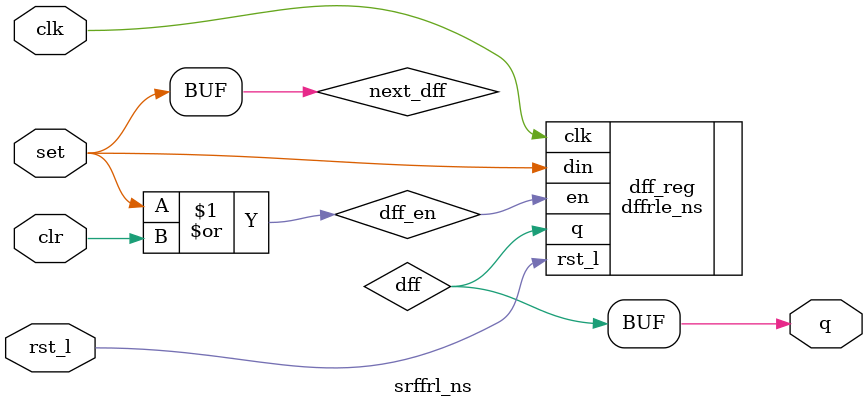
<source format=v>


module srffrl_ns (/*AUTOARG*/
  // Outputs
  q, 
  // Inputs
  set, clr, rst_l, clk
  );

  input  set;		// Set flop.
  input  clr;		// Clear flop.
  input  rst_l;		// Synchronous reset.
  input  clk;		// Clock.
  output q;		// Output.


  // 'srff' set/clear flop state table.
  //
  // set     clr    rst_l |   out
  // ---------------------+------
  //  0       0      1    |    hold      Flop's value does not change.
  //  0       1      1    |    0
  //  1       x      1    |    1
  //  x       x      0    |    0         'rst_l' dominates.

  wire next_dff = set;
  wire dff_en = ( set | clr );

  dffrle_ns dff_reg (.din(next_dff), .en(dff_en), .q(dff), .rst_l(rst_l), .clk(clk));

  assign q = dff;


  endmodule


// Local Variables:
// verilog-library-directories:()
// verilog-library-files:("../../../common/rtl/swrvr_clib.v")
// verilog-module-parents:("jbi_aok_dok_tracking")
// End:

</source>
